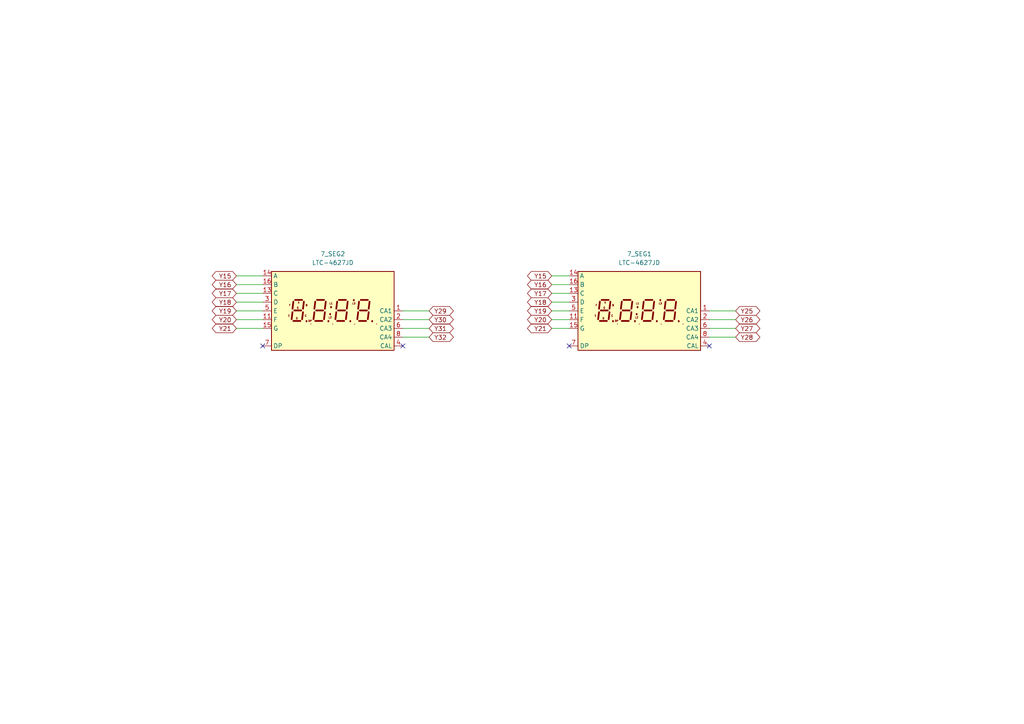
<source format=kicad_sch>
(kicad_sch (version 20231120) (generator "eeschema") (generator_version "8.0")
  (paper "A4")
  (lib_symbols
    (symbol "Display_Character:LTC-4627JD"
      (property "Reference" "U" (at -17.78 12.7 0))
      (property "Value" "LTC-4627JD" (at 17.78 12.7 0))
      (symbol "LTC-4627JD_0_1"
        (rectangle (start -17.78 -11.43) (end 17.78 11.43) (stroke (width 0.254)) (fill (type background)))
        (rectangle (start -6.35 -3.81) (end -6.35 -3.81) (stroke (width 0.254)))
        (rectangle (start 0 -3.81) (end 0 -3.81) (stroke (width 0.254)))
        (polyline (pts (xy -6.35 -3.81) (xy -6.35 -3.81)) (stroke (width 0.254)))
        (polyline (pts (xy 0 -3.81) (xy 0 -3.81)) (stroke (width 0.254)))
        (polyline (pts (xy 6.35 -3.81) (xy 6.35 -3.81)) (stroke (width 0.254)))
        (polyline (pts (xy 12.7 -3.81) (xy 12.7 -3.81)) (stroke (width 0.254)))
        (rectangle (start 6.35 -3.81) (end 6.35 -3.81) (stroke (width 0.254)))
        (rectangle (start 12.7 -3.81) (end 12.7 -3.81) (stroke (width 0.254)))
      )
      (symbol "LTC-4627JD_1_0"
        (text "A" (at -9.906 2.413 0) (effects (font (size 0.508 0.508))))
        (text "B" (at -7.62 1.651 0) (effects (font (size 0.508 0.508))))
        (text "C" (at -7.874 -1.397 0) (effects (font (size 0.508 0.508))))
        (text "D" (at -10.414 -2.159 0) (effects (font (size 0.508 0.508))))
        (text "DP" (at -6.604 -2.921 0) (effects (font (size 0.508 0.508))))
        (text "E" (at -12.7 -1.397 0) (effects (font (size 0.508 0.508))))
        (text "F" (at -12.446 1.651 0) (effects (font (size 0.508 0.508))))
        (text "G" (at -10.16 0.889 0) (effects (font (size 0.508 0.508))))
        (text "L1" (at -0.508 2.159 0) (effects (font (size 0.508 0.508))))
        (text "L2" (at -0.762 -1.905 0) (effects (font (size 0.508 0.508))))
        (text "L3" (at 6.096 2.159 0) (effects (font (size 0.508 0.508))))
      )
      (symbol "LTC-4627JD_1_1"
        (polyline (pts (xy -11.684 -0.381) (xy -11.938 -2.413)) (stroke (width 0.508)))
        (polyline (pts (xy -11.43 -2.921) (xy -9.398 -2.921)) (stroke (width 0.508)))
        (polyline (pts (xy -11.43 2.667) (xy -11.684 0.635)) (stroke (width 0.508)))
        (polyline (pts (xy -11.176 0.127) (xy -9.144 0.127)) (stroke (width 0.508)))
        (polyline (pts (xy -10.922 3.175) (xy -8.89 3.175)) (stroke (width 0.508)))
        (polyline (pts (xy -8.636 -0.381) (xy -8.89 -2.413)) (stroke (width 0.508)))
        (polyline (pts (xy -8.382 2.667) (xy -8.636 0.635)) (stroke (width 0.508)))
        (polyline (pts (xy -7.62 -3.048) (xy -7.62 -2.921)) (stroke (width 0.508)))
        (polyline (pts (xy -5.334 -0.381) (xy -5.588 -2.413)) (stroke (width 0.508)))
        (polyline (pts (xy -5.08 -2.921) (xy -3.048 -2.921)) (stroke (width 0.508)))
        (polyline (pts (xy -5.08 2.667) (xy -5.334 0.635)) (stroke (width 0.508)))
        (polyline (pts (xy -4.826 0.127) (xy -2.794 0.127)) (stroke (width 0.508)))
        (polyline (pts (xy -4.572 3.175) (xy -2.54 3.175)) (stroke (width 0.508)))
        (polyline (pts (xy -2.286 -0.381) (xy -2.54 -2.413)) (stroke (width 0.508)))
        (polyline (pts (xy -2.032 2.667) (xy -2.286 0.635)) (stroke (width 0.508)))
        (polyline (pts (xy -1.27 -3.048) (xy -1.27 -2.921)) (stroke (width 0.508)))
        (polyline (pts (xy -0.762 -1.016) (xy -0.762 -0.889)) (stroke (width 0.508)))
        (polyline (pts (xy -0.508 1.016) (xy -0.508 1.143)) (stroke (width 0.508)))
        (polyline (pts (xy 1.016 -0.381) (xy 0.762 -2.413)) (stroke (width 0.508)))
        (polyline (pts (xy 1.27 -2.921) (xy 3.302 -2.921)) (stroke (width 0.508)))
        (polyline (pts (xy 1.27 2.667) (xy 1.016 0.635)) (stroke (width 0.508)))
        (polyline (pts (xy 1.524 0.127) (xy 3.556 0.127)) (stroke (width 0.508)))
        (polyline (pts (xy 1.778 3.175) (xy 3.81 3.175)) (stroke (width 0.508)))
        (polyline (pts (xy 4.064 -0.381) (xy 3.81 -2.413)) (stroke (width 0.508)))
        (polyline (pts (xy 4.318 2.667) (xy 4.064 0.635)) (stroke (width 0.508)))
        (polyline (pts (xy 5.08 -3.048) (xy 5.08 -2.921)) (stroke (width 0.508)))
        (polyline (pts (xy 6.096 3.048) (xy 6.096 3.175)) (stroke (width 0.508)))
        (polyline (pts (xy 7.366 -0.381) (xy 7.112 -2.413)) (stroke (width 0.508)))
        (polyline (pts (xy 7.62 -2.921) (xy 9.652 -2.921)) (stroke (width 0.508)))
        (polyline (pts (xy 7.62 2.667) (xy 7.366 0.635)) (stroke (width 0.508)))
        (polyline (pts (xy 7.874 0.127) (xy 9.906 0.127)) (stroke (width 0.508)))
        (polyline (pts (xy 8.128 3.175) (xy 10.16 3.175)) (stroke (width 0.508)))
        (polyline (pts (xy 10.414 -0.381) (xy 10.16 -2.413)) (stroke (width 0.508)))
        (polyline (pts (xy 10.668 2.667) (xy 10.414 0.635)) (stroke (width 0.508)))
        (polyline (pts (xy 11.43 -3.048) (xy 11.43 -2.921)) (stroke (width 0.508)))
        (pin input line (at 20.32 0 180) (length 2.54) (name "CA1") (number "1"))
        (pin input line (at -20.32 -2.54 0) (length 2.54) (name "F") (number "11"))
        (pin input line (at -20.32 5.08 0) (length 2.54) (name "C") (number "13"))
        (pin input line (at -20.32 10.16 0) (length 2.54) (name "A") (number "14"))
        (pin input line (at -20.32 -5.08 0) (length 2.54) (name "G") (number "15"))
        (pin input line (at -20.32 7.62 0) (length 2.54) (name "B") (number "16"))
        (pin input line (at 20.32 -2.54 180) (length 2.54) (name "CA2") (number "2"))
        (pin input line (at -20.32 2.54 0) (length 2.54) (name "D") (number "3"))
        (pin input line (at 20.32 -10.16 180) (length 2.54) (name "CAL") (number "4"))
        (pin input line (at -20.32 0 0) (length 2.54) (name "E") (number "5"))
        (pin input line (at 20.32 -5.08 180) (length 2.54) (name "CA3") (number "6"))
        (pin input line (at -20.32 -10.16 0) (length 2.54) (name "DP") (number "7"))
        (pin input line (at 20.32 -7.62 180) (length 2.54) (name "CA4") (number "8"))
        (pin no_connect line (at 17.78 7.62 180) (length 2.54) hide (name "NC") (number "9"))
      )
    )
  )
  (no_connect (at 116.84 100.33))
  (no_connect (at 76.2 100.33))
  (no_connect (at 165.1 100.33))
  (no_connect (at 205.74 100.33))
  (wire (pts (xy 68.58 82.55) (xy 76.2 82.55)))
  (wire (pts (xy 205.74 95.25) (xy 213.36 95.25)))
  (wire (pts (xy 116.84 92.71) (xy 124.46 92.71)))
  (wire (pts (xy 116.84 95.25) (xy 124.46 95.25)))
  (wire (pts (xy 68.58 85.09) (xy 76.2 85.09)))
  (wire (pts (xy 68.58 92.71) (xy 76.2 92.71)))
  (wire (pts (xy 160.02 80.01) (xy 165.1 80.01)))
  (wire (pts (xy 205.74 90.17) (xy 213.36 90.17)))
  (wire (pts (xy 116.84 97.79) (xy 124.46 97.79)))
  (wire (pts (xy 160.02 85.09) (xy 165.1 85.09)))
  (wire (pts (xy 116.84 90.17) (xy 124.46 90.17)))
  (wire (pts (xy 205.74 97.79) (xy 213.36 97.79)))
  (wire (pts (xy 160.02 82.55) (xy 165.1 82.55)))
  (wire (pts (xy 160.02 92.71) (xy 165.1 92.71)))
  (wire (pts (xy 160.02 95.25) (xy 165.1 95.25)))
  (wire (pts (xy 160.02 87.63) (xy 165.1 87.63)))
  (wire (pts (xy 160.02 90.17) (xy 165.1 90.17)))
  (wire (pts (xy 205.74 92.71) (xy 213.36 92.71)))
  (wire (pts (xy 68.58 87.63) (xy 76.2 87.63)))
  (wire (pts (xy 68.58 95.25) (xy 76.2 95.25)))
  (wire (pts (xy 68.58 80.01) (xy 76.2 80.01)))
  (wire (pts (xy 68.58 90.17) (xy 76.2 90.17)))
  (global_label "Y32" (shape bidirectional) (at 124.46 97.79 0) (property "Intersheetrefs" "${INTERSHEET_REFS}" (effects (hide yes))))
  (global_label "Y21" (shape bidirectional) (at 160.02 95.25 180) (property "Intersheetrefs" "${INTERSHEET_REFS}" (effects (hide yes))))
  (global_label "Y15" (shape bidirectional) (at 160.02 80.01 180) (property "Intersheetrefs" "${INTERSHEET_REFS}" (effects (hide yes))))
  (global_label "Y21" (shape bidirectional) (at 68.58 95.25 180) (property "Intersheetrefs" "${INTERSHEET_REFS}" (effects (hide yes))))
  (global_label "Y15" (shape bidirectional) (at 68.58 80.01 180) (property "Intersheetrefs" "${INTERSHEET_REFS}" (effects (hide yes))))
  (global_label "Y26" (shape bidirectional) (at 213.36 92.71 0) (property "Intersheetrefs" "${INTERSHEET_REFS}" (effects (hide yes))))
  (global_label "Y19" (shape bidirectional) (at 68.58 90.17 180) (property "Intersheetrefs" "${INTERSHEET_REFS}" (effects (hide yes))))
  (global_label "Y27" (shape bidirectional) (at 213.36 95.25 0) (property "Intersheetrefs" "${INTERSHEET_REFS}" (effects (hide yes))))
  (global_label "Y30" (shape bidirectional) (at 124.46 92.71 0) (property "Intersheetrefs" "${INTERSHEET_REFS}" (effects (hide yes))))
  (global_label "Y29" (shape bidirectional) (at 124.46 90.17 0) (property "Intersheetrefs" "${INTERSHEET_REFS}" (effects (hide yes))))
  (global_label "Y17" (shape bidirectional) (at 160.02 85.09 180) (property "Intersheetrefs" "${INTERSHEET_REFS}" (effects (hide yes))))
  (global_label "Y28" (shape bidirectional) (at 213.36 97.79 0) (property "Intersheetrefs" "${INTERSHEET_REFS}" (effects (hide yes))))
  (global_label "Y25" (shape bidirectional) (at 213.36 90.17 0) (property "Intersheetrefs" "${INTERSHEET_REFS}" (effects (hide yes))))
  (global_label "Y16" (shape bidirectional) (at 68.58 82.55 180) (property "Intersheetrefs" "${INTERSHEET_REFS}" (effects (hide yes))))
  (global_label "Y18" (shape bidirectional) (at 160.02 87.63 180) (property "Intersheetrefs" "${INTERSHEET_REFS}" (effects (hide yes))))
  (global_label "Y20" (shape bidirectional) (at 160.02 92.71 180) (property "Intersheetrefs" "${INTERSHEET_REFS}" (effects (hide yes))))
  (global_label "Y31" (shape bidirectional) (at 124.46 95.25 0) (property "Intersheetrefs" "${INTERSHEET_REFS}" (effects (hide yes))))
  (global_label "Y17" (shape bidirectional) (at 68.58 85.09 180) (property "Intersheetrefs" "${INTERSHEET_REFS}" (effects (hide yes))))
  (global_label "Y20" (shape bidirectional) (at 68.58 92.71 180) (property "Intersheetrefs" "${INTERSHEET_REFS}" (effects (hide yes))))
  (global_label "Y19" (shape bidirectional) (at 160.02 90.17 180) (property "Intersheetrefs" "${INTERSHEET_REFS}" (effects (hide yes))))
  (global_label "Y16" (shape bidirectional) (at 160.02 82.55 180) (property "Intersheetrefs" "${INTERSHEET_REFS}" (effects (hide yes))))
  (global_label "Y18" (shape bidirectional) (at 68.58 87.63 180) (property "Intersheetrefs" "${INTERSHEET_REFS}" (effects (hide yes))))
  (symbol (lib_id "Display_Character:LTC-4627JD") (at 96.52 90.17 0) (unit 1)
    (property "Reference" "7_SEG2" (at 96.52 73.66 0))
    (property "Value" "LTC-4627JD" (at 96.52 76.2 0))
    (property "Footprint" "Display_7Segment:LTC-4627Jx" (effects (hide yes)))
    (property "Datasheet" "http://optoelectronics.liteon.com/upload/download/DS30-2001-093/LTC-4627JD.pdf" (effects (hide yes)))
    (property "Description" "4 digit 7 segment hyper red, common anode" (effects (hide yes)))
  )
  (symbol (lib_id "Display_Character:LTC-4627JD") (at 185.42 90.17 0) (unit 1)
    (property "Reference" "7_SEG1" (at 185.42 73.66 0))
    (property "Value" "LTC-4627JD" (at 185.42 76.2 0))
    (property "Footprint" "Display_7Segment:LTC-4627Jx" (effects (hide yes)))
    (property "Datasheet" "http://optoelectronics.liteon.com/upload/download/DS30-2001-093/LTC-4627JD.pdf" (effects (hide yes)))
    (property "Description" "4 digit 7 segment hyper red, common anode" (effects (hide yes)))
  )
)
</source>
